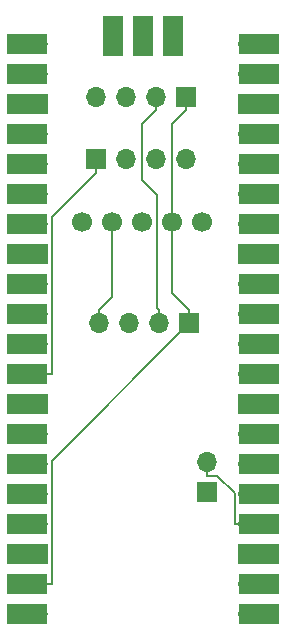
<source format=gbr>
%TF.GenerationSoftware,KiCad,Pcbnew,7.0.11-7.0.11~ubuntu22.04.1*%
%TF.CreationDate,2024-11-24T08:43:31+00:00*%
%TF.ProjectId,PicoController,5069636f-436f-46e7-9472-6f6c6c65722e,rev?*%
%TF.SameCoordinates,Original*%
%TF.FileFunction,Copper,L1,Top*%
%TF.FilePolarity,Positive*%
%FSLAX46Y46*%
G04 Gerber Fmt 4.6, Leading zero omitted, Abs format (unit mm)*
G04 Created by KiCad (PCBNEW 7.0.11-7.0.11~ubuntu22.04.1) date 2024-11-24 08:43:31*
%MOMM*%
%LPD*%
G01*
G04 APERTURE LIST*
%TA.AperFunction,ComponentPad*%
%ADD10O,1.700000X1.700000*%
%TD*%
%TA.AperFunction,SMDPad,CuDef*%
%ADD11R,3.500000X1.700000*%
%TD*%
%TA.AperFunction,ComponentPad*%
%ADD12R,1.700000X1.700000*%
%TD*%
%TA.AperFunction,SMDPad,CuDef*%
%ADD13R,1.700000X3.500000*%
%TD*%
%TA.AperFunction,ComponentPad*%
%ADD14C,1.700000*%
%TD*%
%TA.AperFunction,Conductor*%
%ADD15C,0.200000*%
%TD*%
G04 APERTURE END LIST*
D10*
%TO.P,Pico1,1,GPIO0*%
%TO.N,Net-(Pico1-GPIO0)*%
X147878800Y-115316000D03*
D11*
X148778800Y-115316000D03*
D10*
%TO.P,Pico1,2,GPIO1*%
%TO.N,Net-(JOUT1-Pin_3)*%
X147878800Y-112776000D03*
D11*
X148778800Y-112776000D03*
D12*
%TO.P,Pico1,3,GND*%
%TO.N,Net-(SW1-Pin_1)*%
X147878800Y-110236000D03*
D11*
X148778800Y-110236000D03*
D10*
%TO.P,Pico1,4,GPIO2*%
%TO.N,Net-(Pico1-GPIO2)*%
X147878800Y-107696000D03*
D11*
X148778800Y-107696000D03*
D10*
%TO.P,Pico1,5,GPIO3*%
%TO.N,unconnected-(Pico1-GPIO3-Pad5)*%
X147878800Y-105156000D03*
D11*
X148778800Y-105156000D03*
D10*
%TO.P,Pico1,6,GPIO4*%
%TO.N,unconnected-(Pico1-GPIO4-Pad6)*%
X147878800Y-102616000D03*
D11*
X148778800Y-102616000D03*
D10*
%TO.P,Pico1,7,GPIO5*%
%TO.N,unconnected-(Pico1-GPIO5-Pad7)*%
X147878800Y-100076000D03*
D11*
X148778800Y-100076000D03*
D12*
%TO.P,Pico1,8,GND*%
%TO.N,unconnected-(Pico1-GND-Pad8)*%
X147878800Y-97536000D03*
D11*
X148778800Y-97536000D03*
D10*
%TO.P,Pico1,9,GPIO6*%
%TO.N,unconnected-(Pico1-GPIO6-Pad9)*%
X147878800Y-94996000D03*
D11*
X148778800Y-94996000D03*
D10*
%TO.P,Pico1,10,GPIO7*%
%TO.N,unconnected-(Pico1-GPIO7-Pad10)*%
X147878800Y-92456000D03*
D11*
X148778800Y-92456000D03*
D10*
%TO.P,Pico1,11,GPIO8*%
%TO.N,unconnected-(Pico1-GPIO8-Pad11)*%
X147878800Y-89916000D03*
D11*
X148778800Y-89916000D03*
D10*
%TO.P,Pico1,12,GPIO9*%
%TO.N,unconnected-(Pico1-GPIO9-Pad12)*%
X147878800Y-87376000D03*
D11*
X148778800Y-87376000D03*
D12*
%TO.P,Pico1,13,GND*%
%TO.N,unconnected-(Pico1-GND-Pad13)*%
X147878800Y-84836000D03*
D11*
X148778800Y-84836000D03*
D10*
%TO.P,Pico1,14,GPIO10*%
%TO.N,unconnected-(Pico1-GPIO10-Pad14)*%
X147878800Y-82296000D03*
D11*
X148778800Y-82296000D03*
D10*
%TO.P,Pico1,15,GPIO11*%
%TO.N,unconnected-(Pico1-GPIO11-Pad15)*%
X147878800Y-79756000D03*
D11*
X148778800Y-79756000D03*
D10*
%TO.P,Pico1,16,GPIO12*%
%TO.N,unconnected-(Pico1-GPIO12-Pad16)*%
X147878800Y-77216000D03*
D11*
X148778800Y-77216000D03*
D10*
%TO.P,Pico1,17,GPIO13*%
%TO.N,unconnected-(Pico1-GPIO13-Pad17)*%
X147878800Y-74676000D03*
D11*
X148778800Y-74676000D03*
D12*
%TO.P,Pico1,18,GND*%
%TO.N,unconnected-(Pico1-GND-Pad18)*%
X147878800Y-72136000D03*
D11*
X148778800Y-72136000D03*
D10*
%TO.P,Pico1,19,GPIO14*%
%TO.N,unconnected-(Pico1-GPIO14-Pad19)*%
X147878800Y-69596000D03*
D11*
X148778800Y-69596000D03*
D10*
%TO.P,Pico1,20,GPIO15*%
%TO.N,unconnected-(Pico1-GPIO15-Pad20)*%
X147878800Y-67056000D03*
D11*
X148778800Y-67056000D03*
D10*
%TO.P,Pico1,21,GPIO16*%
%TO.N,unconnected-(Pico1-GPIO16-Pad21)*%
X130098800Y-67056000D03*
D11*
X129198800Y-67056000D03*
D10*
%TO.P,Pico1,22,GPIO17*%
%TO.N,unconnected-(Pico1-GPIO17-Pad22)*%
X130098800Y-69596000D03*
D11*
X129198800Y-69596000D03*
D12*
%TO.P,Pico1,23,GND*%
%TO.N,unconnected-(Pico1-GND-Pad23)*%
X130098800Y-72136000D03*
D11*
X129198800Y-72136000D03*
D10*
%TO.P,Pico1,24,GPIO18*%
%TO.N,unconnected-(Pico1-GPIO18-Pad24)*%
X130098800Y-74676000D03*
D11*
X129198800Y-74676000D03*
D10*
%TO.P,Pico1,25,GPIO19*%
%TO.N,unconnected-(Pico1-GPIO19-Pad25)*%
X130098800Y-77216000D03*
D11*
X129198800Y-77216000D03*
D10*
%TO.P,Pico1,26,GPIO20*%
%TO.N,unconnected-(Pico1-GPIO20-Pad26)*%
X130098800Y-79756000D03*
D11*
X129198800Y-79756000D03*
D10*
%TO.P,Pico1,27,GPIO21*%
%TO.N,unconnected-(Pico1-GPIO21-Pad27)*%
X130098800Y-82296000D03*
D11*
X129198800Y-82296000D03*
D12*
%TO.P,Pico1,28,GND*%
%TO.N,unconnected-(Pico1-GND-Pad28)*%
X130098800Y-84836000D03*
D11*
X129198800Y-84836000D03*
D10*
%TO.P,Pico1,29,GPIO22*%
%TO.N,unconnected-(Pico1-GPIO22-Pad29)*%
X130098800Y-87376000D03*
D11*
X129198800Y-87376000D03*
D10*
%TO.P,Pico1,30,RUN*%
%TO.N,unconnected-(Pico1-RUN-Pad30)*%
X130098800Y-89916000D03*
D11*
X129198800Y-89916000D03*
D10*
%TO.P,Pico1,31,GPIO26_ADC0*%
%TO.N,Net-(JOY1-Pin_2)*%
X130098800Y-92456000D03*
D11*
X129198800Y-92456000D03*
D10*
%TO.P,Pico1,32,GPIO27_ADC1*%
%TO.N,Net-(JOY1-Pin_1)*%
X130098800Y-94996000D03*
D11*
X129198800Y-94996000D03*
D12*
%TO.P,Pico1,33,AGND*%
%TO.N,unconnected-(Pico1-AGND-Pad33)*%
X130098800Y-97536000D03*
D11*
X129198800Y-97536000D03*
D10*
%TO.P,Pico1,34,GPIO28_ADC2*%
%TO.N,unconnected-(Pico1-GPIO28_ADC2-Pad34)*%
X130098800Y-100076000D03*
D11*
X129198800Y-100076000D03*
D10*
%TO.P,Pico1,35,ADC_VREF*%
%TO.N,unconnected-(Pico1-ADC_VREF-Pad35)*%
X130098800Y-102616000D03*
D11*
X129198800Y-102616000D03*
D10*
%TO.P,Pico1,36,3V3*%
%TO.N,unconnected-(Pico1-3V3-Pad36)*%
X130098800Y-105156000D03*
D11*
X129198800Y-105156000D03*
D10*
%TO.P,Pico1,37,3V3_EN*%
%TO.N,unconnected-(Pico1-3V3_EN-Pad37)*%
X130098800Y-107696000D03*
D11*
X129198800Y-107696000D03*
D12*
%TO.P,Pico1,38,GND*%
%TO.N,unconnected-(Pico1-GND-Pad38)*%
X130098800Y-110236000D03*
D11*
X129198800Y-110236000D03*
D10*
%TO.P,Pico1,39,VSYS*%
%TO.N,+5V*%
X130098800Y-112776000D03*
D11*
X129198800Y-112776000D03*
D10*
%TO.P,Pico1,40,VBUS*%
%TO.N,unconnected-(Pico1-VBUS-Pad40)*%
X130098800Y-115316000D03*
D11*
X129198800Y-115316000D03*
D10*
%TO.P,Pico1,41,SWCLK*%
%TO.N,unconnected-(Pico1-SWCLK-Pad41)*%
X141528800Y-67286000D03*
D13*
X141528800Y-66386000D03*
D12*
%TO.P,Pico1,42,GND*%
%TO.N,unconnected-(Pico1-GND-Pad42)*%
X138988800Y-67286000D03*
D13*
X138988800Y-66386000D03*
D10*
%TO.P,Pico1,43,SWDIO*%
%TO.N,unconnected-(Pico1-SWDIO-Pad43)*%
X136448800Y-67286000D03*
D13*
X136448800Y-66386000D03*
%TD*%
D12*
%TO.P,SW1,1,Pin_1*%
%TO.N,Net-(SW1-Pin_1)*%
X144424400Y-105008600D03*
D10*
%TO.P,SW1,2,Pin_2*%
%TO.N,Net-(Pico1-GPIO2)*%
X144424400Y-102468600D03*
%TD*%
D12*
%TO.P,JOY1,1,Pin_1*%
%TO.N,Net-(JOY1-Pin_1)*%
X135026400Y-76809600D03*
D10*
%TO.P,JOY1,2,Pin_2*%
%TO.N,Net-(JOY1-Pin_2)*%
X137566400Y-76809600D03*
%TO.P,JOY1,3,Pin_3*%
%TO.N,+3V3*%
X140106400Y-76809600D03*
%TO.P,JOY1,4,Pin_4*%
%TO.N,GND*%
X142646400Y-76809600D03*
%TD*%
D14*
%TO.P,RCWL-1,1,CDS*%
%TO.N,unconnected-(RCWL-1-CDS-Pad1)*%
X143993100Y-82150300D03*
%TO.P,RCWL-1,2,VCC*%
%TO.N,+5V*%
X141453100Y-82150300D03*
%TO.P,RCWL-1,3,OUT*%
%TO.N,Net-(Pico1-GPIO0)*%
X138913100Y-82150300D03*
%TO.P,RCWL-1,4,GND*%
%TO.N,GND*%
X136373100Y-82150300D03*
%TO.P,RCWL-1,5,3V3_OUT*%
%TO.N,+3V3*%
X133833100Y-82150300D03*
%TD*%
D12*
%TO.P,JOUT1,1,Pin_1*%
%TO.N,+5V*%
X142646400Y-71526400D03*
D10*
%TO.P,JOUT1,2,Pin_2*%
%TO.N,Net-(JIN1-Pin_2)*%
X140106400Y-71526400D03*
%TO.P,JOUT1,3,Pin_3*%
%TO.N,Net-(JOUT1-Pin_3)*%
X137566400Y-71526400D03*
%TO.P,JOUT1,4,Pin_4*%
%TO.N,GND*%
X135026400Y-71526400D03*
%TD*%
D12*
%TO.P,JIN1,1,Pin_1*%
%TO.N,+5V*%
X142900400Y-90728800D03*
D10*
%TO.P,JIN1,2,Pin_2*%
%TO.N,Net-(JIN1-Pin_2)*%
X140360400Y-90728800D03*
%TO.P,JIN1,3,Pin_3*%
%TO.N,unconnected-(JIN1-Pin_3-Pad3)*%
X137820400Y-90728800D03*
%TO.P,JIN1,4,Pin_4*%
%TO.N,GND*%
X135280400Y-90728800D03*
%TD*%
D15*
%TO.N,+5V*%
X142646000Y-72678300D02*
X142646000Y-71526400D01*
X142900000Y-90728800D02*
X142900000Y-90152800D01*
X131250700Y-102378100D02*
X142900000Y-90728800D01*
X141453000Y-82944600D02*
X141453100Y-82944500D01*
X142646400Y-71526400D02*
X142646000Y-71526400D01*
X130098800Y-112776000D02*
X131250700Y-112776000D01*
X141453000Y-88129600D02*
X141453000Y-82944600D01*
X142900000Y-89576900D02*
X141453000Y-88129600D01*
X141453000Y-82944600D02*
X141453000Y-73871600D01*
X131250700Y-112776000D02*
X131250700Y-102378100D01*
X141453100Y-82944500D02*
X141453100Y-82150300D01*
X142900000Y-90152800D02*
X142900000Y-89576900D01*
X142900000Y-90152800D02*
X142900400Y-90153200D01*
X142900400Y-90153200D02*
X142900400Y-90728800D01*
X141453000Y-73871600D02*
X142646000Y-72678300D01*
%TO.N,Net-(JIN1-Pin_2)*%
X138901000Y-78595300D02*
X138901000Y-73884100D01*
X140360000Y-90728800D02*
X140360000Y-90152800D01*
X140360000Y-89576900D02*
X140183000Y-89399600D01*
X140106400Y-72101900D02*
X140106400Y-71526400D01*
X140183000Y-79877800D02*
X138901000Y-78595300D01*
X140360000Y-90152800D02*
X140360400Y-90153200D01*
X140183000Y-89399600D02*
X140183000Y-79877800D01*
X140106000Y-72102300D02*
X140106400Y-72101900D01*
X140106000Y-72678300D02*
X140106000Y-72102300D01*
X140106000Y-72102300D02*
X140106000Y-71526400D01*
X140360400Y-90153200D02*
X140360400Y-90728800D01*
X138901000Y-73884100D02*
X140106000Y-72678300D01*
X140360000Y-90152800D02*
X140360000Y-89576900D01*
%TO.N,GND*%
X136373000Y-85317200D02*
X136373000Y-82150300D01*
X135280400Y-90728800D02*
X135280000Y-90728800D01*
X136373000Y-85317200D02*
X136373100Y-85317100D01*
X136373000Y-88484200D02*
X136373000Y-85317200D01*
X135280000Y-89576900D02*
X136373000Y-88484200D01*
X136373100Y-85317100D02*
X136373100Y-82150300D01*
X135280000Y-90728800D02*
X135280000Y-89576900D01*
%TO.N,Net-(JOY1-Pin_1)*%
X135026000Y-77385500D02*
X135026000Y-77961500D01*
X135026000Y-77385500D02*
X135026400Y-77385100D01*
X131251000Y-81737200D02*
X131251000Y-94996000D01*
X130099000Y-94996000D02*
X130098800Y-94996000D01*
X135026400Y-77385100D02*
X135026400Y-76809600D01*
X135026000Y-76809600D02*
X135026000Y-77385500D01*
X135026000Y-77961500D02*
X131251000Y-81737200D01*
X131251000Y-94996000D02*
X130099000Y-94996000D01*
%TO.N,Net-(Pico1-GPIO2)*%
X144424000Y-103620000D02*
X145216000Y-103620000D01*
X146727000Y-105131000D02*
X146727000Y-107696000D01*
X147879000Y-107696000D02*
X147878800Y-107696000D01*
X144424000Y-103044500D02*
X144424000Y-103620000D01*
X146727000Y-107696000D02*
X147878800Y-107696000D01*
X144424000Y-102469000D02*
X144424000Y-103044500D01*
X145216000Y-103620000D02*
X146727000Y-105131000D01*
X144424000Y-103044500D02*
X144424400Y-103044100D01*
X144424400Y-103044100D02*
X144424400Y-102468600D01*
%TD*%
M02*

</source>
